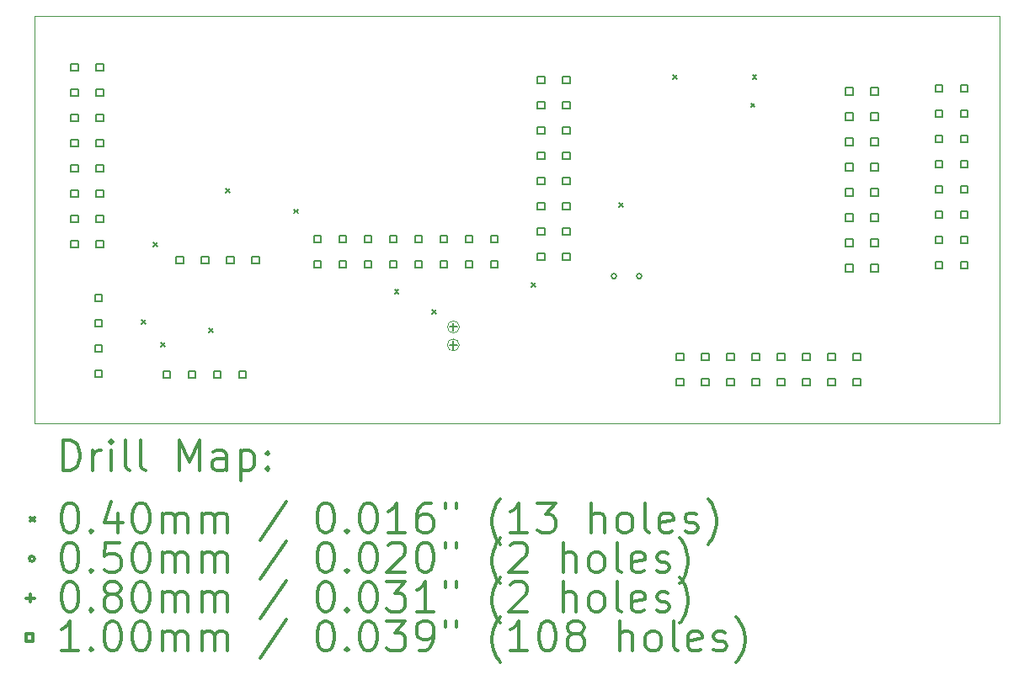
<source format=gbr>
%FSLAX45Y45*%
G04 Gerber Fmt 4.5, Leading zero omitted, Abs format (unit mm)*
G04 Created by KiCad (PCBNEW (5.1.5)-3) date 2021-02-19 06:09:15*
%MOMM*%
%LPD*%
G04 APERTURE LIST*
%TA.AperFunction,Profile*%
%ADD10C,0.050000*%
%TD*%
%ADD11C,0.200000*%
%ADD12C,0.300000*%
G04 APERTURE END LIST*
D10*
X14069000Y-9358000D02*
G75*
G03X14069000Y-9358000I-60000J0D01*
G01*
X14070000Y-9177000D02*
G75*
G03X14070000Y-9177000I-60000J0D01*
G01*
X9800000Y-6050000D02*
X9800000Y-10150000D01*
X19500000Y-10150000D02*
X9800000Y-10150000D01*
X19500000Y-6050000D02*
X19500000Y-10150000D01*
X9800000Y-6050000D02*
X19500000Y-6050000D01*
D11*
X10877000Y-9105000D02*
X10917000Y-9145000D01*
X10917000Y-9105000D02*
X10877000Y-9145000D01*
X10997000Y-8328000D02*
X11037000Y-8368000D01*
X11037000Y-8328000D02*
X10997000Y-8368000D01*
X11072000Y-9335000D02*
X11112000Y-9375000D01*
X11112000Y-9335000D02*
X11072000Y-9375000D01*
X11555000Y-9188000D02*
X11595000Y-9228000D01*
X11595000Y-9188000D02*
X11555000Y-9228000D01*
X11723000Y-7784000D02*
X11763000Y-7824000D01*
X11763000Y-7784000D02*
X11723000Y-7824000D01*
X12411000Y-7993000D02*
X12451000Y-8033000D01*
X12451000Y-7993000D02*
X12411000Y-8033000D01*
X13419000Y-8803000D02*
X13459000Y-8843000D01*
X13459000Y-8803000D02*
X13419000Y-8843000D01*
X13796000Y-9002000D02*
X13836000Y-9042000D01*
X13836000Y-9002000D02*
X13796000Y-9042000D01*
X14798000Y-8735000D02*
X14838000Y-8775000D01*
X14838000Y-8735000D02*
X14798000Y-8775000D01*
X15673500Y-7932000D02*
X15713500Y-7972000D01*
X15713500Y-7932000D02*
X15673500Y-7972000D01*
X16216000Y-6644000D02*
X16256000Y-6684000D01*
X16256000Y-6644000D02*
X16216000Y-6684000D01*
X17002000Y-6925000D02*
X17042000Y-6965000D01*
X17042000Y-6925000D02*
X17002000Y-6965000D01*
X17017000Y-6644000D02*
X17057000Y-6684000D01*
X17057000Y-6644000D02*
X17017000Y-6684000D01*
X15649000Y-8666000D02*
G75*
G03X15649000Y-8666000I-25000J0D01*
G01*
X15903000Y-8666000D02*
G75*
G03X15903000Y-8666000I-25000J0D01*
G01*
X14011000Y-9136000D02*
X14011000Y-9216000D01*
X13971000Y-9176000D02*
X14051000Y-9176000D01*
X14011000Y-9318400D02*
X14011000Y-9398400D01*
X13971000Y-9358400D02*
X14051000Y-9358400D01*
X10479356Y-8921356D02*
X10479356Y-8850644D01*
X10408644Y-8850644D01*
X10408644Y-8921356D01*
X10479356Y-8921356D01*
X10479356Y-9175356D02*
X10479356Y-9104644D01*
X10408644Y-9104644D01*
X10408644Y-9175356D01*
X10479356Y-9175356D01*
X10479356Y-9429356D02*
X10479356Y-9358644D01*
X10408644Y-9358644D01*
X10408644Y-9429356D01*
X10479356Y-9429356D01*
X10479356Y-9683356D02*
X10479356Y-9612644D01*
X10408644Y-9612644D01*
X10408644Y-9683356D01*
X10479356Y-9683356D01*
X10237356Y-6602356D02*
X10237356Y-6531644D01*
X10166644Y-6531644D01*
X10166644Y-6602356D01*
X10237356Y-6602356D01*
X10237356Y-6856356D02*
X10237356Y-6785644D01*
X10166644Y-6785644D01*
X10166644Y-6856356D01*
X10237356Y-6856356D01*
X10237356Y-7110356D02*
X10237356Y-7039644D01*
X10166644Y-7039644D01*
X10166644Y-7110356D01*
X10237356Y-7110356D01*
X10237356Y-7364356D02*
X10237356Y-7293644D01*
X10166644Y-7293644D01*
X10166644Y-7364356D01*
X10237356Y-7364356D01*
X10237356Y-7618356D02*
X10237356Y-7547644D01*
X10166644Y-7547644D01*
X10166644Y-7618356D01*
X10237356Y-7618356D01*
X10237356Y-7872356D02*
X10237356Y-7801644D01*
X10166644Y-7801644D01*
X10166644Y-7872356D01*
X10237356Y-7872356D01*
X10237356Y-8126356D02*
X10237356Y-8055644D01*
X10166644Y-8055644D01*
X10166644Y-8126356D01*
X10237356Y-8126356D01*
X10237356Y-8380356D02*
X10237356Y-8309644D01*
X10166644Y-8309644D01*
X10166644Y-8380356D01*
X10237356Y-8380356D01*
X10491356Y-6602356D02*
X10491356Y-6531644D01*
X10420644Y-6531644D01*
X10420644Y-6602356D01*
X10491356Y-6602356D01*
X10491356Y-6856356D02*
X10491356Y-6785644D01*
X10420644Y-6785644D01*
X10420644Y-6856356D01*
X10491356Y-6856356D01*
X10491356Y-7110356D02*
X10491356Y-7039644D01*
X10420644Y-7039644D01*
X10420644Y-7110356D01*
X10491356Y-7110356D01*
X10491356Y-7364356D02*
X10491356Y-7293644D01*
X10420644Y-7293644D01*
X10420644Y-7364356D01*
X10491356Y-7364356D01*
X10491356Y-7618356D02*
X10491356Y-7547644D01*
X10420644Y-7547644D01*
X10420644Y-7618356D01*
X10491356Y-7618356D01*
X10491356Y-7872356D02*
X10491356Y-7801644D01*
X10420644Y-7801644D01*
X10420644Y-7872356D01*
X10491356Y-7872356D01*
X10491356Y-8126356D02*
X10491356Y-8055644D01*
X10420644Y-8055644D01*
X10420644Y-8126356D01*
X10491356Y-8126356D01*
X10491356Y-8380356D02*
X10491356Y-8309644D01*
X10420644Y-8309644D01*
X10420644Y-8380356D01*
X10491356Y-8380356D01*
X14928356Y-6728356D02*
X14928356Y-6657644D01*
X14857644Y-6657644D01*
X14857644Y-6728356D01*
X14928356Y-6728356D01*
X14928356Y-6982356D02*
X14928356Y-6911644D01*
X14857644Y-6911644D01*
X14857644Y-6982356D01*
X14928356Y-6982356D01*
X14928356Y-7236356D02*
X14928356Y-7165644D01*
X14857644Y-7165644D01*
X14857644Y-7236356D01*
X14928356Y-7236356D01*
X14928356Y-7490356D02*
X14928356Y-7419644D01*
X14857644Y-7419644D01*
X14857644Y-7490356D01*
X14928356Y-7490356D01*
X14928356Y-7744356D02*
X14928356Y-7673644D01*
X14857644Y-7673644D01*
X14857644Y-7744356D01*
X14928356Y-7744356D01*
X14928356Y-7998356D02*
X14928356Y-7927644D01*
X14857644Y-7927644D01*
X14857644Y-7998356D01*
X14928356Y-7998356D01*
X14928356Y-8252356D02*
X14928356Y-8181644D01*
X14857644Y-8181644D01*
X14857644Y-8252356D01*
X14928356Y-8252356D01*
X14928356Y-8506356D02*
X14928356Y-8435644D01*
X14857644Y-8435644D01*
X14857644Y-8506356D01*
X14928356Y-8506356D01*
X15182356Y-6728356D02*
X15182356Y-6657644D01*
X15111644Y-6657644D01*
X15111644Y-6728356D01*
X15182356Y-6728356D01*
X15182356Y-6982356D02*
X15182356Y-6911644D01*
X15111644Y-6911644D01*
X15111644Y-6982356D01*
X15182356Y-6982356D01*
X15182356Y-7236356D02*
X15182356Y-7165644D01*
X15111644Y-7165644D01*
X15111644Y-7236356D01*
X15182356Y-7236356D01*
X15182356Y-7490356D02*
X15182356Y-7419644D01*
X15111644Y-7419644D01*
X15111644Y-7490356D01*
X15182356Y-7490356D01*
X15182356Y-7744356D02*
X15182356Y-7673644D01*
X15111644Y-7673644D01*
X15111644Y-7744356D01*
X15182356Y-7744356D01*
X15182356Y-7998356D02*
X15182356Y-7927644D01*
X15111644Y-7927644D01*
X15111644Y-7998356D01*
X15182356Y-7998356D01*
X15182356Y-8252356D02*
X15182356Y-8181644D01*
X15111644Y-8181644D01*
X15111644Y-8252356D01*
X15182356Y-8252356D01*
X15182356Y-8506356D02*
X15182356Y-8435644D01*
X15111644Y-8435644D01*
X15111644Y-8506356D01*
X15182356Y-8506356D01*
X11163356Y-9690356D02*
X11163356Y-9619644D01*
X11092644Y-9619644D01*
X11092644Y-9690356D01*
X11163356Y-9690356D01*
X11417356Y-9690356D02*
X11417356Y-9619644D01*
X11346644Y-9619644D01*
X11346644Y-9690356D01*
X11417356Y-9690356D01*
X11671356Y-9690356D02*
X11671356Y-9619644D01*
X11600644Y-9619644D01*
X11600644Y-9690356D01*
X11671356Y-9690356D01*
X11925356Y-9690356D02*
X11925356Y-9619644D01*
X11854644Y-9619644D01*
X11854644Y-9690356D01*
X11925356Y-9690356D01*
X18926356Y-6811356D02*
X18926356Y-6740644D01*
X18855644Y-6740644D01*
X18855644Y-6811356D01*
X18926356Y-6811356D01*
X18926356Y-7065356D02*
X18926356Y-6994644D01*
X18855644Y-6994644D01*
X18855644Y-7065356D01*
X18926356Y-7065356D01*
X18926356Y-7319356D02*
X18926356Y-7248644D01*
X18855644Y-7248644D01*
X18855644Y-7319356D01*
X18926356Y-7319356D01*
X18926356Y-7573356D02*
X18926356Y-7502644D01*
X18855644Y-7502644D01*
X18855644Y-7573356D01*
X18926356Y-7573356D01*
X18926356Y-7827356D02*
X18926356Y-7756644D01*
X18855644Y-7756644D01*
X18855644Y-7827356D01*
X18926356Y-7827356D01*
X18926356Y-8081356D02*
X18926356Y-8010644D01*
X18855644Y-8010644D01*
X18855644Y-8081356D01*
X18926356Y-8081356D01*
X18926356Y-8335356D02*
X18926356Y-8264644D01*
X18855644Y-8264644D01*
X18855644Y-8335356D01*
X18926356Y-8335356D01*
X18926356Y-8589356D02*
X18926356Y-8518644D01*
X18855644Y-8518644D01*
X18855644Y-8589356D01*
X18926356Y-8589356D01*
X19180356Y-6811356D02*
X19180356Y-6740644D01*
X19109644Y-6740644D01*
X19109644Y-6811356D01*
X19180356Y-6811356D01*
X19180356Y-7065356D02*
X19180356Y-6994644D01*
X19109644Y-6994644D01*
X19109644Y-7065356D01*
X19180356Y-7065356D01*
X19180356Y-7319356D02*
X19180356Y-7248644D01*
X19109644Y-7248644D01*
X19109644Y-7319356D01*
X19180356Y-7319356D01*
X19180356Y-7573356D02*
X19180356Y-7502644D01*
X19109644Y-7502644D01*
X19109644Y-7573356D01*
X19180356Y-7573356D01*
X19180356Y-7827356D02*
X19180356Y-7756644D01*
X19109644Y-7756644D01*
X19109644Y-7827356D01*
X19180356Y-7827356D01*
X19180356Y-8081356D02*
X19180356Y-8010644D01*
X19109644Y-8010644D01*
X19109644Y-8081356D01*
X19180356Y-8081356D01*
X19180356Y-8335356D02*
X19180356Y-8264644D01*
X19109644Y-8264644D01*
X19109644Y-8335356D01*
X19180356Y-8335356D01*
X19180356Y-8589356D02*
X19180356Y-8518644D01*
X19109644Y-8518644D01*
X19109644Y-8589356D01*
X19180356Y-8589356D01*
X16323356Y-9510356D02*
X16323356Y-9439644D01*
X16252644Y-9439644D01*
X16252644Y-9510356D01*
X16323356Y-9510356D01*
X16323356Y-9764356D02*
X16323356Y-9693644D01*
X16252644Y-9693644D01*
X16252644Y-9764356D01*
X16323356Y-9764356D01*
X16577356Y-9510356D02*
X16577356Y-9439644D01*
X16506644Y-9439644D01*
X16506644Y-9510356D01*
X16577356Y-9510356D01*
X16577356Y-9764356D02*
X16577356Y-9693644D01*
X16506644Y-9693644D01*
X16506644Y-9764356D01*
X16577356Y-9764356D01*
X16831356Y-9510356D02*
X16831356Y-9439644D01*
X16760644Y-9439644D01*
X16760644Y-9510356D01*
X16831356Y-9510356D01*
X16831356Y-9764356D02*
X16831356Y-9693644D01*
X16760644Y-9693644D01*
X16760644Y-9764356D01*
X16831356Y-9764356D01*
X17085356Y-9510356D02*
X17085356Y-9439644D01*
X17014644Y-9439644D01*
X17014644Y-9510356D01*
X17085356Y-9510356D01*
X17085356Y-9764356D02*
X17085356Y-9693644D01*
X17014644Y-9693644D01*
X17014644Y-9764356D01*
X17085356Y-9764356D01*
X17339356Y-9510356D02*
X17339356Y-9439644D01*
X17268644Y-9439644D01*
X17268644Y-9510356D01*
X17339356Y-9510356D01*
X17339356Y-9764356D02*
X17339356Y-9693644D01*
X17268644Y-9693644D01*
X17268644Y-9764356D01*
X17339356Y-9764356D01*
X17593356Y-9510356D02*
X17593356Y-9439644D01*
X17522644Y-9439644D01*
X17522644Y-9510356D01*
X17593356Y-9510356D01*
X17593356Y-9764356D02*
X17593356Y-9693644D01*
X17522644Y-9693644D01*
X17522644Y-9764356D01*
X17593356Y-9764356D01*
X17847356Y-9510356D02*
X17847356Y-9439644D01*
X17776644Y-9439644D01*
X17776644Y-9510356D01*
X17847356Y-9510356D01*
X17847356Y-9764356D02*
X17847356Y-9693644D01*
X17776644Y-9693644D01*
X17776644Y-9764356D01*
X17847356Y-9764356D01*
X18101356Y-9510356D02*
X18101356Y-9439644D01*
X18030644Y-9439644D01*
X18030644Y-9510356D01*
X18101356Y-9510356D01*
X18101356Y-9764356D02*
X18101356Y-9693644D01*
X18030644Y-9693644D01*
X18030644Y-9764356D01*
X18101356Y-9764356D01*
X11295356Y-8540356D02*
X11295356Y-8469644D01*
X11224644Y-8469644D01*
X11224644Y-8540356D01*
X11295356Y-8540356D01*
X11549356Y-8540356D02*
X11549356Y-8469644D01*
X11478644Y-8469644D01*
X11478644Y-8540356D01*
X11549356Y-8540356D01*
X11803356Y-8540356D02*
X11803356Y-8469644D01*
X11732644Y-8469644D01*
X11732644Y-8540356D01*
X11803356Y-8540356D01*
X12057356Y-8540356D02*
X12057356Y-8469644D01*
X11986644Y-8469644D01*
X11986644Y-8540356D01*
X12057356Y-8540356D01*
X12679356Y-8329356D02*
X12679356Y-8258644D01*
X12608644Y-8258644D01*
X12608644Y-8329356D01*
X12679356Y-8329356D01*
X12679356Y-8583356D02*
X12679356Y-8512644D01*
X12608644Y-8512644D01*
X12608644Y-8583356D01*
X12679356Y-8583356D01*
X12933356Y-8329356D02*
X12933356Y-8258644D01*
X12862644Y-8258644D01*
X12862644Y-8329356D01*
X12933356Y-8329356D01*
X12933356Y-8583356D02*
X12933356Y-8512644D01*
X12862644Y-8512644D01*
X12862644Y-8583356D01*
X12933356Y-8583356D01*
X13187356Y-8329356D02*
X13187356Y-8258644D01*
X13116644Y-8258644D01*
X13116644Y-8329356D01*
X13187356Y-8329356D01*
X13187356Y-8583356D02*
X13187356Y-8512644D01*
X13116644Y-8512644D01*
X13116644Y-8583356D01*
X13187356Y-8583356D01*
X13441356Y-8329356D02*
X13441356Y-8258644D01*
X13370644Y-8258644D01*
X13370644Y-8329356D01*
X13441356Y-8329356D01*
X13441356Y-8583356D02*
X13441356Y-8512644D01*
X13370644Y-8512644D01*
X13370644Y-8583356D01*
X13441356Y-8583356D01*
X13695356Y-8329356D02*
X13695356Y-8258644D01*
X13624644Y-8258644D01*
X13624644Y-8329356D01*
X13695356Y-8329356D01*
X13695356Y-8583356D02*
X13695356Y-8512644D01*
X13624644Y-8512644D01*
X13624644Y-8583356D01*
X13695356Y-8583356D01*
X13949356Y-8329356D02*
X13949356Y-8258644D01*
X13878644Y-8258644D01*
X13878644Y-8329356D01*
X13949356Y-8329356D01*
X13949356Y-8583356D02*
X13949356Y-8512644D01*
X13878644Y-8512644D01*
X13878644Y-8583356D01*
X13949356Y-8583356D01*
X14203356Y-8329356D02*
X14203356Y-8258644D01*
X14132644Y-8258644D01*
X14132644Y-8329356D01*
X14203356Y-8329356D01*
X14203356Y-8583356D02*
X14203356Y-8512644D01*
X14132644Y-8512644D01*
X14132644Y-8583356D01*
X14203356Y-8583356D01*
X14457356Y-8329356D02*
X14457356Y-8258644D01*
X14386644Y-8258644D01*
X14386644Y-8329356D01*
X14457356Y-8329356D01*
X14457356Y-8583356D02*
X14457356Y-8512644D01*
X14386644Y-8512644D01*
X14386644Y-8583356D01*
X14457356Y-8583356D01*
X18026356Y-6842356D02*
X18026356Y-6771644D01*
X17955644Y-6771644D01*
X17955644Y-6842356D01*
X18026356Y-6842356D01*
X18026356Y-7096356D02*
X18026356Y-7025644D01*
X17955644Y-7025644D01*
X17955644Y-7096356D01*
X18026356Y-7096356D01*
X18026356Y-7350356D02*
X18026356Y-7279644D01*
X17955644Y-7279644D01*
X17955644Y-7350356D01*
X18026356Y-7350356D01*
X18026356Y-7604356D02*
X18026356Y-7533644D01*
X17955644Y-7533644D01*
X17955644Y-7604356D01*
X18026356Y-7604356D01*
X18026356Y-7858356D02*
X18026356Y-7787644D01*
X17955644Y-7787644D01*
X17955644Y-7858356D01*
X18026356Y-7858356D01*
X18026356Y-8112356D02*
X18026356Y-8041644D01*
X17955644Y-8041644D01*
X17955644Y-8112356D01*
X18026356Y-8112356D01*
X18026356Y-8366356D02*
X18026356Y-8295644D01*
X17955644Y-8295644D01*
X17955644Y-8366356D01*
X18026356Y-8366356D01*
X18026356Y-8620356D02*
X18026356Y-8549644D01*
X17955644Y-8549644D01*
X17955644Y-8620356D01*
X18026356Y-8620356D01*
X18280356Y-6842356D02*
X18280356Y-6771644D01*
X18209644Y-6771644D01*
X18209644Y-6842356D01*
X18280356Y-6842356D01*
X18280356Y-7096356D02*
X18280356Y-7025644D01*
X18209644Y-7025644D01*
X18209644Y-7096356D01*
X18280356Y-7096356D01*
X18280356Y-7350356D02*
X18280356Y-7279644D01*
X18209644Y-7279644D01*
X18209644Y-7350356D01*
X18280356Y-7350356D01*
X18280356Y-7604356D02*
X18280356Y-7533644D01*
X18209644Y-7533644D01*
X18209644Y-7604356D01*
X18280356Y-7604356D01*
X18280356Y-7858356D02*
X18280356Y-7787644D01*
X18209644Y-7787644D01*
X18209644Y-7858356D01*
X18280356Y-7858356D01*
X18280356Y-8112356D02*
X18280356Y-8041644D01*
X18209644Y-8041644D01*
X18209644Y-8112356D01*
X18280356Y-8112356D01*
X18280356Y-8366356D02*
X18280356Y-8295644D01*
X18209644Y-8295644D01*
X18209644Y-8366356D01*
X18280356Y-8366356D01*
X18280356Y-8620356D02*
X18280356Y-8549644D01*
X18209644Y-8549644D01*
X18209644Y-8620356D01*
X18280356Y-8620356D01*
D12*
X10083928Y-10618214D02*
X10083928Y-10318214D01*
X10155357Y-10318214D01*
X10198214Y-10332500D01*
X10226786Y-10361072D01*
X10241071Y-10389643D01*
X10255357Y-10446786D01*
X10255357Y-10489643D01*
X10241071Y-10546786D01*
X10226786Y-10575357D01*
X10198214Y-10603929D01*
X10155357Y-10618214D01*
X10083928Y-10618214D01*
X10383928Y-10618214D02*
X10383928Y-10418214D01*
X10383928Y-10475357D02*
X10398214Y-10446786D01*
X10412500Y-10432500D01*
X10441071Y-10418214D01*
X10469643Y-10418214D01*
X10569643Y-10618214D02*
X10569643Y-10418214D01*
X10569643Y-10318214D02*
X10555357Y-10332500D01*
X10569643Y-10346786D01*
X10583928Y-10332500D01*
X10569643Y-10318214D01*
X10569643Y-10346786D01*
X10755357Y-10618214D02*
X10726786Y-10603929D01*
X10712500Y-10575357D01*
X10712500Y-10318214D01*
X10912500Y-10618214D02*
X10883928Y-10603929D01*
X10869643Y-10575357D01*
X10869643Y-10318214D01*
X11255357Y-10618214D02*
X11255357Y-10318214D01*
X11355357Y-10532500D01*
X11455357Y-10318214D01*
X11455357Y-10618214D01*
X11726786Y-10618214D02*
X11726786Y-10461072D01*
X11712500Y-10432500D01*
X11683928Y-10418214D01*
X11626786Y-10418214D01*
X11598214Y-10432500D01*
X11726786Y-10603929D02*
X11698214Y-10618214D01*
X11626786Y-10618214D01*
X11598214Y-10603929D01*
X11583928Y-10575357D01*
X11583928Y-10546786D01*
X11598214Y-10518214D01*
X11626786Y-10503929D01*
X11698214Y-10503929D01*
X11726786Y-10489643D01*
X11869643Y-10418214D02*
X11869643Y-10718214D01*
X11869643Y-10432500D02*
X11898214Y-10418214D01*
X11955357Y-10418214D01*
X11983928Y-10432500D01*
X11998214Y-10446786D01*
X12012500Y-10475357D01*
X12012500Y-10561072D01*
X11998214Y-10589643D01*
X11983928Y-10603929D01*
X11955357Y-10618214D01*
X11898214Y-10618214D01*
X11869643Y-10603929D01*
X12141071Y-10589643D02*
X12155357Y-10603929D01*
X12141071Y-10618214D01*
X12126786Y-10603929D01*
X12141071Y-10589643D01*
X12141071Y-10618214D01*
X12141071Y-10432500D02*
X12155357Y-10446786D01*
X12141071Y-10461072D01*
X12126786Y-10446786D01*
X12141071Y-10432500D01*
X12141071Y-10461072D01*
X9757500Y-11092500D02*
X9797500Y-11132500D01*
X9797500Y-11092500D02*
X9757500Y-11132500D01*
X10141071Y-10948214D02*
X10169643Y-10948214D01*
X10198214Y-10962500D01*
X10212500Y-10976786D01*
X10226786Y-11005357D01*
X10241071Y-11062500D01*
X10241071Y-11133929D01*
X10226786Y-11191071D01*
X10212500Y-11219643D01*
X10198214Y-11233929D01*
X10169643Y-11248214D01*
X10141071Y-11248214D01*
X10112500Y-11233929D01*
X10098214Y-11219643D01*
X10083928Y-11191071D01*
X10069643Y-11133929D01*
X10069643Y-11062500D01*
X10083928Y-11005357D01*
X10098214Y-10976786D01*
X10112500Y-10962500D01*
X10141071Y-10948214D01*
X10369643Y-11219643D02*
X10383928Y-11233929D01*
X10369643Y-11248214D01*
X10355357Y-11233929D01*
X10369643Y-11219643D01*
X10369643Y-11248214D01*
X10641071Y-11048214D02*
X10641071Y-11248214D01*
X10569643Y-10933929D02*
X10498214Y-11148214D01*
X10683928Y-11148214D01*
X10855357Y-10948214D02*
X10883928Y-10948214D01*
X10912500Y-10962500D01*
X10926786Y-10976786D01*
X10941071Y-11005357D01*
X10955357Y-11062500D01*
X10955357Y-11133929D01*
X10941071Y-11191071D01*
X10926786Y-11219643D01*
X10912500Y-11233929D01*
X10883928Y-11248214D01*
X10855357Y-11248214D01*
X10826786Y-11233929D01*
X10812500Y-11219643D01*
X10798214Y-11191071D01*
X10783928Y-11133929D01*
X10783928Y-11062500D01*
X10798214Y-11005357D01*
X10812500Y-10976786D01*
X10826786Y-10962500D01*
X10855357Y-10948214D01*
X11083928Y-11248214D02*
X11083928Y-11048214D01*
X11083928Y-11076786D02*
X11098214Y-11062500D01*
X11126786Y-11048214D01*
X11169643Y-11048214D01*
X11198214Y-11062500D01*
X11212500Y-11091072D01*
X11212500Y-11248214D01*
X11212500Y-11091072D02*
X11226786Y-11062500D01*
X11255357Y-11048214D01*
X11298214Y-11048214D01*
X11326786Y-11062500D01*
X11341071Y-11091072D01*
X11341071Y-11248214D01*
X11483928Y-11248214D02*
X11483928Y-11048214D01*
X11483928Y-11076786D02*
X11498214Y-11062500D01*
X11526786Y-11048214D01*
X11569643Y-11048214D01*
X11598214Y-11062500D01*
X11612500Y-11091072D01*
X11612500Y-11248214D01*
X11612500Y-11091072D02*
X11626786Y-11062500D01*
X11655357Y-11048214D01*
X11698214Y-11048214D01*
X11726786Y-11062500D01*
X11741071Y-11091072D01*
X11741071Y-11248214D01*
X12326786Y-10933929D02*
X12069643Y-11319643D01*
X12712500Y-10948214D02*
X12741071Y-10948214D01*
X12769643Y-10962500D01*
X12783928Y-10976786D01*
X12798214Y-11005357D01*
X12812500Y-11062500D01*
X12812500Y-11133929D01*
X12798214Y-11191071D01*
X12783928Y-11219643D01*
X12769643Y-11233929D01*
X12741071Y-11248214D01*
X12712500Y-11248214D01*
X12683928Y-11233929D01*
X12669643Y-11219643D01*
X12655357Y-11191071D01*
X12641071Y-11133929D01*
X12641071Y-11062500D01*
X12655357Y-11005357D01*
X12669643Y-10976786D01*
X12683928Y-10962500D01*
X12712500Y-10948214D01*
X12941071Y-11219643D02*
X12955357Y-11233929D01*
X12941071Y-11248214D01*
X12926786Y-11233929D01*
X12941071Y-11219643D01*
X12941071Y-11248214D01*
X13141071Y-10948214D02*
X13169643Y-10948214D01*
X13198214Y-10962500D01*
X13212500Y-10976786D01*
X13226786Y-11005357D01*
X13241071Y-11062500D01*
X13241071Y-11133929D01*
X13226786Y-11191071D01*
X13212500Y-11219643D01*
X13198214Y-11233929D01*
X13169643Y-11248214D01*
X13141071Y-11248214D01*
X13112500Y-11233929D01*
X13098214Y-11219643D01*
X13083928Y-11191071D01*
X13069643Y-11133929D01*
X13069643Y-11062500D01*
X13083928Y-11005357D01*
X13098214Y-10976786D01*
X13112500Y-10962500D01*
X13141071Y-10948214D01*
X13526786Y-11248214D02*
X13355357Y-11248214D01*
X13441071Y-11248214D02*
X13441071Y-10948214D01*
X13412500Y-10991072D01*
X13383928Y-11019643D01*
X13355357Y-11033929D01*
X13783928Y-10948214D02*
X13726786Y-10948214D01*
X13698214Y-10962500D01*
X13683928Y-10976786D01*
X13655357Y-11019643D01*
X13641071Y-11076786D01*
X13641071Y-11191071D01*
X13655357Y-11219643D01*
X13669643Y-11233929D01*
X13698214Y-11248214D01*
X13755357Y-11248214D01*
X13783928Y-11233929D01*
X13798214Y-11219643D01*
X13812500Y-11191071D01*
X13812500Y-11119643D01*
X13798214Y-11091072D01*
X13783928Y-11076786D01*
X13755357Y-11062500D01*
X13698214Y-11062500D01*
X13669643Y-11076786D01*
X13655357Y-11091072D01*
X13641071Y-11119643D01*
X13926786Y-10948214D02*
X13926786Y-11005357D01*
X14041071Y-10948214D02*
X14041071Y-11005357D01*
X14483928Y-11362500D02*
X14469643Y-11348214D01*
X14441071Y-11305357D01*
X14426786Y-11276786D01*
X14412500Y-11233929D01*
X14398214Y-11162500D01*
X14398214Y-11105357D01*
X14412500Y-11033929D01*
X14426786Y-10991072D01*
X14441071Y-10962500D01*
X14469643Y-10919643D01*
X14483928Y-10905357D01*
X14755357Y-11248214D02*
X14583928Y-11248214D01*
X14669643Y-11248214D02*
X14669643Y-10948214D01*
X14641071Y-10991072D01*
X14612500Y-11019643D01*
X14583928Y-11033929D01*
X14855357Y-10948214D02*
X15041071Y-10948214D01*
X14941071Y-11062500D01*
X14983928Y-11062500D01*
X15012500Y-11076786D01*
X15026786Y-11091072D01*
X15041071Y-11119643D01*
X15041071Y-11191071D01*
X15026786Y-11219643D01*
X15012500Y-11233929D01*
X14983928Y-11248214D01*
X14898214Y-11248214D01*
X14869643Y-11233929D01*
X14855357Y-11219643D01*
X15398214Y-11248214D02*
X15398214Y-10948214D01*
X15526786Y-11248214D02*
X15526786Y-11091072D01*
X15512500Y-11062500D01*
X15483928Y-11048214D01*
X15441071Y-11048214D01*
X15412500Y-11062500D01*
X15398214Y-11076786D01*
X15712500Y-11248214D02*
X15683928Y-11233929D01*
X15669643Y-11219643D01*
X15655357Y-11191071D01*
X15655357Y-11105357D01*
X15669643Y-11076786D01*
X15683928Y-11062500D01*
X15712500Y-11048214D01*
X15755357Y-11048214D01*
X15783928Y-11062500D01*
X15798214Y-11076786D01*
X15812500Y-11105357D01*
X15812500Y-11191071D01*
X15798214Y-11219643D01*
X15783928Y-11233929D01*
X15755357Y-11248214D01*
X15712500Y-11248214D01*
X15983928Y-11248214D02*
X15955357Y-11233929D01*
X15941071Y-11205357D01*
X15941071Y-10948214D01*
X16212500Y-11233929D02*
X16183928Y-11248214D01*
X16126786Y-11248214D01*
X16098214Y-11233929D01*
X16083928Y-11205357D01*
X16083928Y-11091072D01*
X16098214Y-11062500D01*
X16126786Y-11048214D01*
X16183928Y-11048214D01*
X16212500Y-11062500D01*
X16226786Y-11091072D01*
X16226786Y-11119643D01*
X16083928Y-11148214D01*
X16341071Y-11233929D02*
X16369643Y-11248214D01*
X16426786Y-11248214D01*
X16455357Y-11233929D01*
X16469643Y-11205357D01*
X16469643Y-11191071D01*
X16455357Y-11162500D01*
X16426786Y-11148214D01*
X16383928Y-11148214D01*
X16355357Y-11133929D01*
X16341071Y-11105357D01*
X16341071Y-11091072D01*
X16355357Y-11062500D01*
X16383928Y-11048214D01*
X16426786Y-11048214D01*
X16455357Y-11062500D01*
X16569643Y-11362500D02*
X16583928Y-11348214D01*
X16612500Y-11305357D01*
X16626786Y-11276786D01*
X16641071Y-11233929D01*
X16655357Y-11162500D01*
X16655357Y-11105357D01*
X16641071Y-11033929D01*
X16626786Y-10991072D01*
X16612500Y-10962500D01*
X16583928Y-10919643D01*
X16569643Y-10905357D01*
X9797500Y-11508500D02*
G75*
G03X9797500Y-11508500I-25000J0D01*
G01*
X10141071Y-11344214D02*
X10169643Y-11344214D01*
X10198214Y-11358500D01*
X10212500Y-11372786D01*
X10226786Y-11401357D01*
X10241071Y-11458500D01*
X10241071Y-11529929D01*
X10226786Y-11587071D01*
X10212500Y-11615643D01*
X10198214Y-11629929D01*
X10169643Y-11644214D01*
X10141071Y-11644214D01*
X10112500Y-11629929D01*
X10098214Y-11615643D01*
X10083928Y-11587071D01*
X10069643Y-11529929D01*
X10069643Y-11458500D01*
X10083928Y-11401357D01*
X10098214Y-11372786D01*
X10112500Y-11358500D01*
X10141071Y-11344214D01*
X10369643Y-11615643D02*
X10383928Y-11629929D01*
X10369643Y-11644214D01*
X10355357Y-11629929D01*
X10369643Y-11615643D01*
X10369643Y-11644214D01*
X10655357Y-11344214D02*
X10512500Y-11344214D01*
X10498214Y-11487071D01*
X10512500Y-11472786D01*
X10541071Y-11458500D01*
X10612500Y-11458500D01*
X10641071Y-11472786D01*
X10655357Y-11487071D01*
X10669643Y-11515643D01*
X10669643Y-11587071D01*
X10655357Y-11615643D01*
X10641071Y-11629929D01*
X10612500Y-11644214D01*
X10541071Y-11644214D01*
X10512500Y-11629929D01*
X10498214Y-11615643D01*
X10855357Y-11344214D02*
X10883928Y-11344214D01*
X10912500Y-11358500D01*
X10926786Y-11372786D01*
X10941071Y-11401357D01*
X10955357Y-11458500D01*
X10955357Y-11529929D01*
X10941071Y-11587071D01*
X10926786Y-11615643D01*
X10912500Y-11629929D01*
X10883928Y-11644214D01*
X10855357Y-11644214D01*
X10826786Y-11629929D01*
X10812500Y-11615643D01*
X10798214Y-11587071D01*
X10783928Y-11529929D01*
X10783928Y-11458500D01*
X10798214Y-11401357D01*
X10812500Y-11372786D01*
X10826786Y-11358500D01*
X10855357Y-11344214D01*
X11083928Y-11644214D02*
X11083928Y-11444214D01*
X11083928Y-11472786D02*
X11098214Y-11458500D01*
X11126786Y-11444214D01*
X11169643Y-11444214D01*
X11198214Y-11458500D01*
X11212500Y-11487071D01*
X11212500Y-11644214D01*
X11212500Y-11487071D02*
X11226786Y-11458500D01*
X11255357Y-11444214D01*
X11298214Y-11444214D01*
X11326786Y-11458500D01*
X11341071Y-11487071D01*
X11341071Y-11644214D01*
X11483928Y-11644214D02*
X11483928Y-11444214D01*
X11483928Y-11472786D02*
X11498214Y-11458500D01*
X11526786Y-11444214D01*
X11569643Y-11444214D01*
X11598214Y-11458500D01*
X11612500Y-11487071D01*
X11612500Y-11644214D01*
X11612500Y-11487071D02*
X11626786Y-11458500D01*
X11655357Y-11444214D01*
X11698214Y-11444214D01*
X11726786Y-11458500D01*
X11741071Y-11487071D01*
X11741071Y-11644214D01*
X12326786Y-11329929D02*
X12069643Y-11715643D01*
X12712500Y-11344214D02*
X12741071Y-11344214D01*
X12769643Y-11358500D01*
X12783928Y-11372786D01*
X12798214Y-11401357D01*
X12812500Y-11458500D01*
X12812500Y-11529929D01*
X12798214Y-11587071D01*
X12783928Y-11615643D01*
X12769643Y-11629929D01*
X12741071Y-11644214D01*
X12712500Y-11644214D01*
X12683928Y-11629929D01*
X12669643Y-11615643D01*
X12655357Y-11587071D01*
X12641071Y-11529929D01*
X12641071Y-11458500D01*
X12655357Y-11401357D01*
X12669643Y-11372786D01*
X12683928Y-11358500D01*
X12712500Y-11344214D01*
X12941071Y-11615643D02*
X12955357Y-11629929D01*
X12941071Y-11644214D01*
X12926786Y-11629929D01*
X12941071Y-11615643D01*
X12941071Y-11644214D01*
X13141071Y-11344214D02*
X13169643Y-11344214D01*
X13198214Y-11358500D01*
X13212500Y-11372786D01*
X13226786Y-11401357D01*
X13241071Y-11458500D01*
X13241071Y-11529929D01*
X13226786Y-11587071D01*
X13212500Y-11615643D01*
X13198214Y-11629929D01*
X13169643Y-11644214D01*
X13141071Y-11644214D01*
X13112500Y-11629929D01*
X13098214Y-11615643D01*
X13083928Y-11587071D01*
X13069643Y-11529929D01*
X13069643Y-11458500D01*
X13083928Y-11401357D01*
X13098214Y-11372786D01*
X13112500Y-11358500D01*
X13141071Y-11344214D01*
X13355357Y-11372786D02*
X13369643Y-11358500D01*
X13398214Y-11344214D01*
X13469643Y-11344214D01*
X13498214Y-11358500D01*
X13512500Y-11372786D01*
X13526786Y-11401357D01*
X13526786Y-11429929D01*
X13512500Y-11472786D01*
X13341071Y-11644214D01*
X13526786Y-11644214D01*
X13712500Y-11344214D02*
X13741071Y-11344214D01*
X13769643Y-11358500D01*
X13783928Y-11372786D01*
X13798214Y-11401357D01*
X13812500Y-11458500D01*
X13812500Y-11529929D01*
X13798214Y-11587071D01*
X13783928Y-11615643D01*
X13769643Y-11629929D01*
X13741071Y-11644214D01*
X13712500Y-11644214D01*
X13683928Y-11629929D01*
X13669643Y-11615643D01*
X13655357Y-11587071D01*
X13641071Y-11529929D01*
X13641071Y-11458500D01*
X13655357Y-11401357D01*
X13669643Y-11372786D01*
X13683928Y-11358500D01*
X13712500Y-11344214D01*
X13926786Y-11344214D02*
X13926786Y-11401357D01*
X14041071Y-11344214D02*
X14041071Y-11401357D01*
X14483928Y-11758500D02*
X14469643Y-11744214D01*
X14441071Y-11701357D01*
X14426786Y-11672786D01*
X14412500Y-11629929D01*
X14398214Y-11558500D01*
X14398214Y-11501357D01*
X14412500Y-11429929D01*
X14426786Y-11387071D01*
X14441071Y-11358500D01*
X14469643Y-11315643D01*
X14483928Y-11301357D01*
X14583928Y-11372786D02*
X14598214Y-11358500D01*
X14626786Y-11344214D01*
X14698214Y-11344214D01*
X14726786Y-11358500D01*
X14741071Y-11372786D01*
X14755357Y-11401357D01*
X14755357Y-11429929D01*
X14741071Y-11472786D01*
X14569643Y-11644214D01*
X14755357Y-11644214D01*
X15112500Y-11644214D02*
X15112500Y-11344214D01*
X15241071Y-11644214D02*
X15241071Y-11487071D01*
X15226786Y-11458500D01*
X15198214Y-11444214D01*
X15155357Y-11444214D01*
X15126786Y-11458500D01*
X15112500Y-11472786D01*
X15426786Y-11644214D02*
X15398214Y-11629929D01*
X15383928Y-11615643D01*
X15369643Y-11587071D01*
X15369643Y-11501357D01*
X15383928Y-11472786D01*
X15398214Y-11458500D01*
X15426786Y-11444214D01*
X15469643Y-11444214D01*
X15498214Y-11458500D01*
X15512500Y-11472786D01*
X15526786Y-11501357D01*
X15526786Y-11587071D01*
X15512500Y-11615643D01*
X15498214Y-11629929D01*
X15469643Y-11644214D01*
X15426786Y-11644214D01*
X15698214Y-11644214D02*
X15669643Y-11629929D01*
X15655357Y-11601357D01*
X15655357Y-11344214D01*
X15926786Y-11629929D02*
X15898214Y-11644214D01*
X15841071Y-11644214D01*
X15812500Y-11629929D01*
X15798214Y-11601357D01*
X15798214Y-11487071D01*
X15812500Y-11458500D01*
X15841071Y-11444214D01*
X15898214Y-11444214D01*
X15926786Y-11458500D01*
X15941071Y-11487071D01*
X15941071Y-11515643D01*
X15798214Y-11544214D01*
X16055357Y-11629929D02*
X16083928Y-11644214D01*
X16141071Y-11644214D01*
X16169643Y-11629929D01*
X16183928Y-11601357D01*
X16183928Y-11587071D01*
X16169643Y-11558500D01*
X16141071Y-11544214D01*
X16098214Y-11544214D01*
X16069643Y-11529929D01*
X16055357Y-11501357D01*
X16055357Y-11487071D01*
X16069643Y-11458500D01*
X16098214Y-11444214D01*
X16141071Y-11444214D01*
X16169643Y-11458500D01*
X16283928Y-11758500D02*
X16298214Y-11744214D01*
X16326786Y-11701357D01*
X16341071Y-11672786D01*
X16355357Y-11629929D01*
X16369643Y-11558500D01*
X16369643Y-11501357D01*
X16355357Y-11429929D01*
X16341071Y-11387071D01*
X16326786Y-11358500D01*
X16298214Y-11315643D01*
X16283928Y-11301357D01*
X9757500Y-11864500D02*
X9757500Y-11944500D01*
X9717500Y-11904500D02*
X9797500Y-11904500D01*
X10141071Y-11740214D02*
X10169643Y-11740214D01*
X10198214Y-11754500D01*
X10212500Y-11768786D01*
X10226786Y-11797357D01*
X10241071Y-11854500D01*
X10241071Y-11925929D01*
X10226786Y-11983071D01*
X10212500Y-12011643D01*
X10198214Y-12025929D01*
X10169643Y-12040214D01*
X10141071Y-12040214D01*
X10112500Y-12025929D01*
X10098214Y-12011643D01*
X10083928Y-11983071D01*
X10069643Y-11925929D01*
X10069643Y-11854500D01*
X10083928Y-11797357D01*
X10098214Y-11768786D01*
X10112500Y-11754500D01*
X10141071Y-11740214D01*
X10369643Y-12011643D02*
X10383928Y-12025929D01*
X10369643Y-12040214D01*
X10355357Y-12025929D01*
X10369643Y-12011643D01*
X10369643Y-12040214D01*
X10555357Y-11868786D02*
X10526786Y-11854500D01*
X10512500Y-11840214D01*
X10498214Y-11811643D01*
X10498214Y-11797357D01*
X10512500Y-11768786D01*
X10526786Y-11754500D01*
X10555357Y-11740214D01*
X10612500Y-11740214D01*
X10641071Y-11754500D01*
X10655357Y-11768786D01*
X10669643Y-11797357D01*
X10669643Y-11811643D01*
X10655357Y-11840214D01*
X10641071Y-11854500D01*
X10612500Y-11868786D01*
X10555357Y-11868786D01*
X10526786Y-11883071D01*
X10512500Y-11897357D01*
X10498214Y-11925929D01*
X10498214Y-11983071D01*
X10512500Y-12011643D01*
X10526786Y-12025929D01*
X10555357Y-12040214D01*
X10612500Y-12040214D01*
X10641071Y-12025929D01*
X10655357Y-12011643D01*
X10669643Y-11983071D01*
X10669643Y-11925929D01*
X10655357Y-11897357D01*
X10641071Y-11883071D01*
X10612500Y-11868786D01*
X10855357Y-11740214D02*
X10883928Y-11740214D01*
X10912500Y-11754500D01*
X10926786Y-11768786D01*
X10941071Y-11797357D01*
X10955357Y-11854500D01*
X10955357Y-11925929D01*
X10941071Y-11983071D01*
X10926786Y-12011643D01*
X10912500Y-12025929D01*
X10883928Y-12040214D01*
X10855357Y-12040214D01*
X10826786Y-12025929D01*
X10812500Y-12011643D01*
X10798214Y-11983071D01*
X10783928Y-11925929D01*
X10783928Y-11854500D01*
X10798214Y-11797357D01*
X10812500Y-11768786D01*
X10826786Y-11754500D01*
X10855357Y-11740214D01*
X11083928Y-12040214D02*
X11083928Y-11840214D01*
X11083928Y-11868786D02*
X11098214Y-11854500D01*
X11126786Y-11840214D01*
X11169643Y-11840214D01*
X11198214Y-11854500D01*
X11212500Y-11883071D01*
X11212500Y-12040214D01*
X11212500Y-11883071D02*
X11226786Y-11854500D01*
X11255357Y-11840214D01*
X11298214Y-11840214D01*
X11326786Y-11854500D01*
X11341071Y-11883071D01*
X11341071Y-12040214D01*
X11483928Y-12040214D02*
X11483928Y-11840214D01*
X11483928Y-11868786D02*
X11498214Y-11854500D01*
X11526786Y-11840214D01*
X11569643Y-11840214D01*
X11598214Y-11854500D01*
X11612500Y-11883071D01*
X11612500Y-12040214D01*
X11612500Y-11883071D02*
X11626786Y-11854500D01*
X11655357Y-11840214D01*
X11698214Y-11840214D01*
X11726786Y-11854500D01*
X11741071Y-11883071D01*
X11741071Y-12040214D01*
X12326786Y-11725929D02*
X12069643Y-12111643D01*
X12712500Y-11740214D02*
X12741071Y-11740214D01*
X12769643Y-11754500D01*
X12783928Y-11768786D01*
X12798214Y-11797357D01*
X12812500Y-11854500D01*
X12812500Y-11925929D01*
X12798214Y-11983071D01*
X12783928Y-12011643D01*
X12769643Y-12025929D01*
X12741071Y-12040214D01*
X12712500Y-12040214D01*
X12683928Y-12025929D01*
X12669643Y-12011643D01*
X12655357Y-11983071D01*
X12641071Y-11925929D01*
X12641071Y-11854500D01*
X12655357Y-11797357D01*
X12669643Y-11768786D01*
X12683928Y-11754500D01*
X12712500Y-11740214D01*
X12941071Y-12011643D02*
X12955357Y-12025929D01*
X12941071Y-12040214D01*
X12926786Y-12025929D01*
X12941071Y-12011643D01*
X12941071Y-12040214D01*
X13141071Y-11740214D02*
X13169643Y-11740214D01*
X13198214Y-11754500D01*
X13212500Y-11768786D01*
X13226786Y-11797357D01*
X13241071Y-11854500D01*
X13241071Y-11925929D01*
X13226786Y-11983071D01*
X13212500Y-12011643D01*
X13198214Y-12025929D01*
X13169643Y-12040214D01*
X13141071Y-12040214D01*
X13112500Y-12025929D01*
X13098214Y-12011643D01*
X13083928Y-11983071D01*
X13069643Y-11925929D01*
X13069643Y-11854500D01*
X13083928Y-11797357D01*
X13098214Y-11768786D01*
X13112500Y-11754500D01*
X13141071Y-11740214D01*
X13341071Y-11740214D02*
X13526786Y-11740214D01*
X13426786Y-11854500D01*
X13469643Y-11854500D01*
X13498214Y-11868786D01*
X13512500Y-11883071D01*
X13526786Y-11911643D01*
X13526786Y-11983071D01*
X13512500Y-12011643D01*
X13498214Y-12025929D01*
X13469643Y-12040214D01*
X13383928Y-12040214D01*
X13355357Y-12025929D01*
X13341071Y-12011643D01*
X13812500Y-12040214D02*
X13641071Y-12040214D01*
X13726786Y-12040214D02*
X13726786Y-11740214D01*
X13698214Y-11783071D01*
X13669643Y-11811643D01*
X13641071Y-11825929D01*
X13926786Y-11740214D02*
X13926786Y-11797357D01*
X14041071Y-11740214D02*
X14041071Y-11797357D01*
X14483928Y-12154500D02*
X14469643Y-12140214D01*
X14441071Y-12097357D01*
X14426786Y-12068786D01*
X14412500Y-12025929D01*
X14398214Y-11954500D01*
X14398214Y-11897357D01*
X14412500Y-11825929D01*
X14426786Y-11783071D01*
X14441071Y-11754500D01*
X14469643Y-11711643D01*
X14483928Y-11697357D01*
X14583928Y-11768786D02*
X14598214Y-11754500D01*
X14626786Y-11740214D01*
X14698214Y-11740214D01*
X14726786Y-11754500D01*
X14741071Y-11768786D01*
X14755357Y-11797357D01*
X14755357Y-11825929D01*
X14741071Y-11868786D01*
X14569643Y-12040214D01*
X14755357Y-12040214D01*
X15112500Y-12040214D02*
X15112500Y-11740214D01*
X15241071Y-12040214D02*
X15241071Y-11883071D01*
X15226786Y-11854500D01*
X15198214Y-11840214D01*
X15155357Y-11840214D01*
X15126786Y-11854500D01*
X15112500Y-11868786D01*
X15426786Y-12040214D02*
X15398214Y-12025929D01*
X15383928Y-12011643D01*
X15369643Y-11983071D01*
X15369643Y-11897357D01*
X15383928Y-11868786D01*
X15398214Y-11854500D01*
X15426786Y-11840214D01*
X15469643Y-11840214D01*
X15498214Y-11854500D01*
X15512500Y-11868786D01*
X15526786Y-11897357D01*
X15526786Y-11983071D01*
X15512500Y-12011643D01*
X15498214Y-12025929D01*
X15469643Y-12040214D01*
X15426786Y-12040214D01*
X15698214Y-12040214D02*
X15669643Y-12025929D01*
X15655357Y-11997357D01*
X15655357Y-11740214D01*
X15926786Y-12025929D02*
X15898214Y-12040214D01*
X15841071Y-12040214D01*
X15812500Y-12025929D01*
X15798214Y-11997357D01*
X15798214Y-11883071D01*
X15812500Y-11854500D01*
X15841071Y-11840214D01*
X15898214Y-11840214D01*
X15926786Y-11854500D01*
X15941071Y-11883071D01*
X15941071Y-11911643D01*
X15798214Y-11940214D01*
X16055357Y-12025929D02*
X16083928Y-12040214D01*
X16141071Y-12040214D01*
X16169643Y-12025929D01*
X16183928Y-11997357D01*
X16183928Y-11983071D01*
X16169643Y-11954500D01*
X16141071Y-11940214D01*
X16098214Y-11940214D01*
X16069643Y-11925929D01*
X16055357Y-11897357D01*
X16055357Y-11883071D01*
X16069643Y-11854500D01*
X16098214Y-11840214D01*
X16141071Y-11840214D01*
X16169643Y-11854500D01*
X16283928Y-12154500D02*
X16298214Y-12140214D01*
X16326786Y-12097357D01*
X16341071Y-12068786D01*
X16355357Y-12025929D01*
X16369643Y-11954500D01*
X16369643Y-11897357D01*
X16355357Y-11825929D01*
X16341071Y-11783071D01*
X16326786Y-11754500D01*
X16298214Y-11711643D01*
X16283928Y-11697357D01*
X9782856Y-12335856D02*
X9782856Y-12265144D01*
X9712144Y-12265144D01*
X9712144Y-12335856D01*
X9782856Y-12335856D01*
X10241071Y-12436214D02*
X10069643Y-12436214D01*
X10155357Y-12436214D02*
X10155357Y-12136214D01*
X10126786Y-12179071D01*
X10098214Y-12207643D01*
X10069643Y-12221929D01*
X10369643Y-12407643D02*
X10383928Y-12421929D01*
X10369643Y-12436214D01*
X10355357Y-12421929D01*
X10369643Y-12407643D01*
X10369643Y-12436214D01*
X10569643Y-12136214D02*
X10598214Y-12136214D01*
X10626786Y-12150500D01*
X10641071Y-12164786D01*
X10655357Y-12193357D01*
X10669643Y-12250500D01*
X10669643Y-12321929D01*
X10655357Y-12379071D01*
X10641071Y-12407643D01*
X10626786Y-12421929D01*
X10598214Y-12436214D01*
X10569643Y-12436214D01*
X10541071Y-12421929D01*
X10526786Y-12407643D01*
X10512500Y-12379071D01*
X10498214Y-12321929D01*
X10498214Y-12250500D01*
X10512500Y-12193357D01*
X10526786Y-12164786D01*
X10541071Y-12150500D01*
X10569643Y-12136214D01*
X10855357Y-12136214D02*
X10883928Y-12136214D01*
X10912500Y-12150500D01*
X10926786Y-12164786D01*
X10941071Y-12193357D01*
X10955357Y-12250500D01*
X10955357Y-12321929D01*
X10941071Y-12379071D01*
X10926786Y-12407643D01*
X10912500Y-12421929D01*
X10883928Y-12436214D01*
X10855357Y-12436214D01*
X10826786Y-12421929D01*
X10812500Y-12407643D01*
X10798214Y-12379071D01*
X10783928Y-12321929D01*
X10783928Y-12250500D01*
X10798214Y-12193357D01*
X10812500Y-12164786D01*
X10826786Y-12150500D01*
X10855357Y-12136214D01*
X11083928Y-12436214D02*
X11083928Y-12236214D01*
X11083928Y-12264786D02*
X11098214Y-12250500D01*
X11126786Y-12236214D01*
X11169643Y-12236214D01*
X11198214Y-12250500D01*
X11212500Y-12279071D01*
X11212500Y-12436214D01*
X11212500Y-12279071D02*
X11226786Y-12250500D01*
X11255357Y-12236214D01*
X11298214Y-12236214D01*
X11326786Y-12250500D01*
X11341071Y-12279071D01*
X11341071Y-12436214D01*
X11483928Y-12436214D02*
X11483928Y-12236214D01*
X11483928Y-12264786D02*
X11498214Y-12250500D01*
X11526786Y-12236214D01*
X11569643Y-12236214D01*
X11598214Y-12250500D01*
X11612500Y-12279071D01*
X11612500Y-12436214D01*
X11612500Y-12279071D02*
X11626786Y-12250500D01*
X11655357Y-12236214D01*
X11698214Y-12236214D01*
X11726786Y-12250500D01*
X11741071Y-12279071D01*
X11741071Y-12436214D01*
X12326786Y-12121929D02*
X12069643Y-12507643D01*
X12712500Y-12136214D02*
X12741071Y-12136214D01*
X12769643Y-12150500D01*
X12783928Y-12164786D01*
X12798214Y-12193357D01*
X12812500Y-12250500D01*
X12812500Y-12321929D01*
X12798214Y-12379071D01*
X12783928Y-12407643D01*
X12769643Y-12421929D01*
X12741071Y-12436214D01*
X12712500Y-12436214D01*
X12683928Y-12421929D01*
X12669643Y-12407643D01*
X12655357Y-12379071D01*
X12641071Y-12321929D01*
X12641071Y-12250500D01*
X12655357Y-12193357D01*
X12669643Y-12164786D01*
X12683928Y-12150500D01*
X12712500Y-12136214D01*
X12941071Y-12407643D02*
X12955357Y-12421929D01*
X12941071Y-12436214D01*
X12926786Y-12421929D01*
X12941071Y-12407643D01*
X12941071Y-12436214D01*
X13141071Y-12136214D02*
X13169643Y-12136214D01*
X13198214Y-12150500D01*
X13212500Y-12164786D01*
X13226786Y-12193357D01*
X13241071Y-12250500D01*
X13241071Y-12321929D01*
X13226786Y-12379071D01*
X13212500Y-12407643D01*
X13198214Y-12421929D01*
X13169643Y-12436214D01*
X13141071Y-12436214D01*
X13112500Y-12421929D01*
X13098214Y-12407643D01*
X13083928Y-12379071D01*
X13069643Y-12321929D01*
X13069643Y-12250500D01*
X13083928Y-12193357D01*
X13098214Y-12164786D01*
X13112500Y-12150500D01*
X13141071Y-12136214D01*
X13341071Y-12136214D02*
X13526786Y-12136214D01*
X13426786Y-12250500D01*
X13469643Y-12250500D01*
X13498214Y-12264786D01*
X13512500Y-12279071D01*
X13526786Y-12307643D01*
X13526786Y-12379071D01*
X13512500Y-12407643D01*
X13498214Y-12421929D01*
X13469643Y-12436214D01*
X13383928Y-12436214D01*
X13355357Y-12421929D01*
X13341071Y-12407643D01*
X13669643Y-12436214D02*
X13726786Y-12436214D01*
X13755357Y-12421929D01*
X13769643Y-12407643D01*
X13798214Y-12364786D01*
X13812500Y-12307643D01*
X13812500Y-12193357D01*
X13798214Y-12164786D01*
X13783928Y-12150500D01*
X13755357Y-12136214D01*
X13698214Y-12136214D01*
X13669643Y-12150500D01*
X13655357Y-12164786D01*
X13641071Y-12193357D01*
X13641071Y-12264786D01*
X13655357Y-12293357D01*
X13669643Y-12307643D01*
X13698214Y-12321929D01*
X13755357Y-12321929D01*
X13783928Y-12307643D01*
X13798214Y-12293357D01*
X13812500Y-12264786D01*
X13926786Y-12136214D02*
X13926786Y-12193357D01*
X14041071Y-12136214D02*
X14041071Y-12193357D01*
X14483928Y-12550500D02*
X14469643Y-12536214D01*
X14441071Y-12493357D01*
X14426786Y-12464786D01*
X14412500Y-12421929D01*
X14398214Y-12350500D01*
X14398214Y-12293357D01*
X14412500Y-12221929D01*
X14426786Y-12179071D01*
X14441071Y-12150500D01*
X14469643Y-12107643D01*
X14483928Y-12093357D01*
X14755357Y-12436214D02*
X14583928Y-12436214D01*
X14669643Y-12436214D02*
X14669643Y-12136214D01*
X14641071Y-12179071D01*
X14612500Y-12207643D01*
X14583928Y-12221929D01*
X14941071Y-12136214D02*
X14969643Y-12136214D01*
X14998214Y-12150500D01*
X15012500Y-12164786D01*
X15026786Y-12193357D01*
X15041071Y-12250500D01*
X15041071Y-12321929D01*
X15026786Y-12379071D01*
X15012500Y-12407643D01*
X14998214Y-12421929D01*
X14969643Y-12436214D01*
X14941071Y-12436214D01*
X14912500Y-12421929D01*
X14898214Y-12407643D01*
X14883928Y-12379071D01*
X14869643Y-12321929D01*
X14869643Y-12250500D01*
X14883928Y-12193357D01*
X14898214Y-12164786D01*
X14912500Y-12150500D01*
X14941071Y-12136214D01*
X15212500Y-12264786D02*
X15183928Y-12250500D01*
X15169643Y-12236214D01*
X15155357Y-12207643D01*
X15155357Y-12193357D01*
X15169643Y-12164786D01*
X15183928Y-12150500D01*
X15212500Y-12136214D01*
X15269643Y-12136214D01*
X15298214Y-12150500D01*
X15312500Y-12164786D01*
X15326786Y-12193357D01*
X15326786Y-12207643D01*
X15312500Y-12236214D01*
X15298214Y-12250500D01*
X15269643Y-12264786D01*
X15212500Y-12264786D01*
X15183928Y-12279071D01*
X15169643Y-12293357D01*
X15155357Y-12321929D01*
X15155357Y-12379071D01*
X15169643Y-12407643D01*
X15183928Y-12421929D01*
X15212500Y-12436214D01*
X15269643Y-12436214D01*
X15298214Y-12421929D01*
X15312500Y-12407643D01*
X15326786Y-12379071D01*
X15326786Y-12321929D01*
X15312500Y-12293357D01*
X15298214Y-12279071D01*
X15269643Y-12264786D01*
X15683928Y-12436214D02*
X15683928Y-12136214D01*
X15812500Y-12436214D02*
X15812500Y-12279071D01*
X15798214Y-12250500D01*
X15769643Y-12236214D01*
X15726786Y-12236214D01*
X15698214Y-12250500D01*
X15683928Y-12264786D01*
X15998214Y-12436214D02*
X15969643Y-12421929D01*
X15955357Y-12407643D01*
X15941071Y-12379071D01*
X15941071Y-12293357D01*
X15955357Y-12264786D01*
X15969643Y-12250500D01*
X15998214Y-12236214D01*
X16041071Y-12236214D01*
X16069643Y-12250500D01*
X16083928Y-12264786D01*
X16098214Y-12293357D01*
X16098214Y-12379071D01*
X16083928Y-12407643D01*
X16069643Y-12421929D01*
X16041071Y-12436214D01*
X15998214Y-12436214D01*
X16269643Y-12436214D02*
X16241071Y-12421929D01*
X16226786Y-12393357D01*
X16226786Y-12136214D01*
X16498214Y-12421929D02*
X16469643Y-12436214D01*
X16412500Y-12436214D01*
X16383928Y-12421929D01*
X16369643Y-12393357D01*
X16369643Y-12279071D01*
X16383928Y-12250500D01*
X16412500Y-12236214D01*
X16469643Y-12236214D01*
X16498214Y-12250500D01*
X16512500Y-12279071D01*
X16512500Y-12307643D01*
X16369643Y-12336214D01*
X16626786Y-12421929D02*
X16655357Y-12436214D01*
X16712500Y-12436214D01*
X16741071Y-12421929D01*
X16755357Y-12393357D01*
X16755357Y-12379071D01*
X16741071Y-12350500D01*
X16712500Y-12336214D01*
X16669643Y-12336214D01*
X16641071Y-12321929D01*
X16626786Y-12293357D01*
X16626786Y-12279071D01*
X16641071Y-12250500D01*
X16669643Y-12236214D01*
X16712500Y-12236214D01*
X16741071Y-12250500D01*
X16855357Y-12550500D02*
X16869643Y-12536214D01*
X16898214Y-12493357D01*
X16912500Y-12464786D01*
X16926786Y-12421929D01*
X16941071Y-12350500D01*
X16941071Y-12293357D01*
X16926786Y-12221929D01*
X16912500Y-12179071D01*
X16898214Y-12150500D01*
X16869643Y-12107643D01*
X16855357Y-12093357D01*
M02*

</source>
